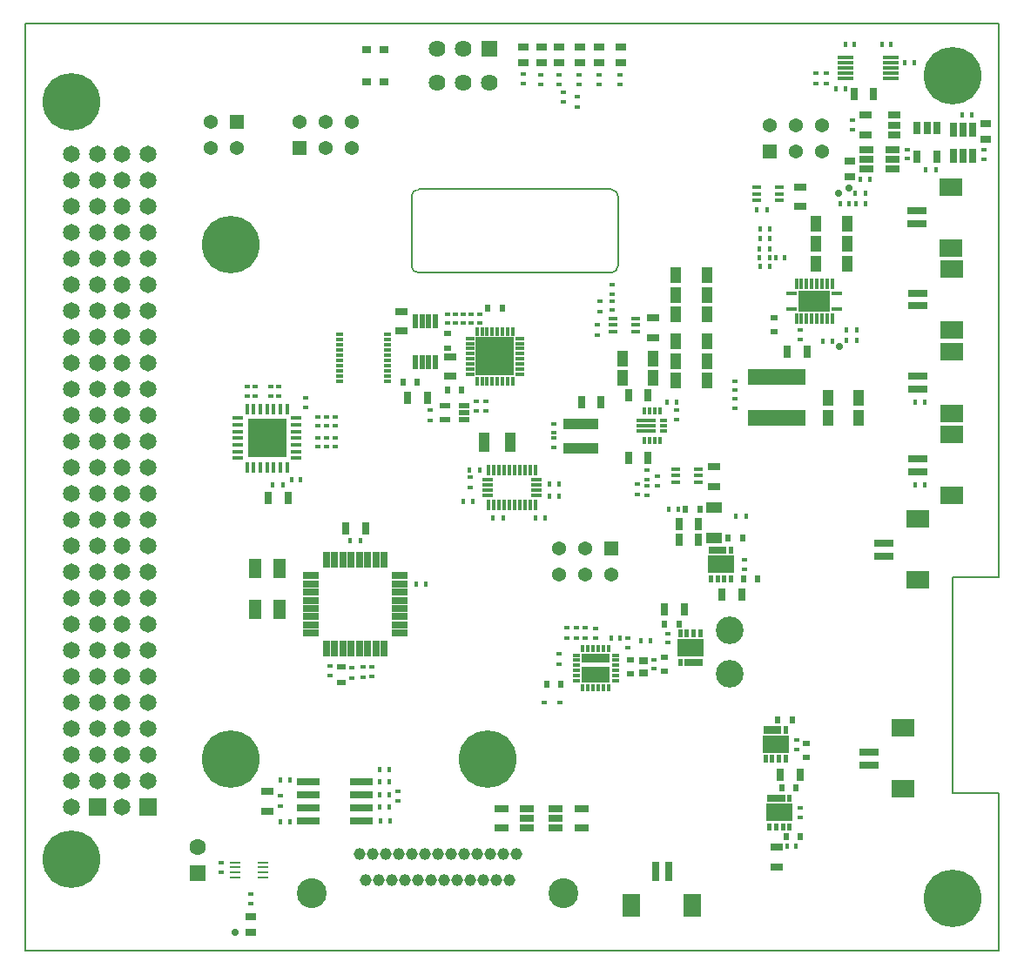
<source format=gts>
G04*
G04 #@! TF.GenerationSoftware,Altium Limited,Altium Designer,18.1.9 (240)*
G04*
G04 Layer_Color=8388736*
%FSLAX44Y44*%
%MOMM*%
G71*
G01*
G75*
%ADD16C,0.1520*%
%ADD21R,0.8000X1.3000*%
%ADD22R,1.1112X0.2540*%
%ADD23R,1.6000X1.0000*%
%ADD24R,0.4500X0.6000*%
%ADD25R,0.4000X0.6000*%
%ADD26R,0.6000X0.8000*%
%ADD27R,1.3000X0.8000*%
%ADD31R,0.6000X0.4000*%
%ADD39R,0.8000X0.6000*%
%ADD40R,0.6000X0.4500*%
%ADD42R,0.5032X0.3556*%
%ADD47R,0.9000X0.5000*%
%ADD50R,0.7000X1.3000*%
%ADD56R,1.0000X1.6000*%
%ADD57R,1.3000X0.7000*%
%ADD79R,0.4016X0.7016*%
%ADD80R,1.7016X0.7016*%
%ADD81R,2.5016X1.7016*%
%ADD82R,0.8016X1.9016*%
%ADD83R,1.7016X2.3016*%
%ADD84R,0.3616X1.0016*%
%ADD85R,1.0016X0.3616*%
%ADD86R,3.0516X2.0516*%
%ADD87C,0.7016*%
%ADD88R,0.9016X0.6516*%
%ADD89R,1.2016X0.7016*%
%ADD90R,0.8516X0.8016*%
%ADD91R,1.1416X0.4316*%
%ADD92R,0.4316X1.1416*%
%ADD93R,3.8016X3.8016*%
%ADD94R,2.3016X0.7016*%
%ADD95R,5.6016X1.5316*%
%ADD96R,1.0016X0.8016*%
%ADD97R,1.3716X0.6604*%
%ADD98R,1.5516X0.4016*%
%ADD99R,0.7016X1.2016*%
%ADD100R,0.6604X1.3716*%
%ADD101R,0.9416X0.3616*%
%ADD102R,0.3616X0.9416*%
%ADD103R,3.7016X3.7016*%
%ADD104R,0.5516X1.4516*%
%ADD105R,1.1016X0.5716*%
%ADD106R,1.1016X0.3516*%
%ADD107R,0.3516X1.1016*%
%ADD108R,3.5016X1.0816*%
%ADD109R,0.8016X0.4016*%
%ADD110R,1.9016X0.8016*%
%ADD111R,2.3016X1.7016*%
%ADD112R,1.3216X0.7016*%
%ADD113R,1.3016X1.9016*%
%ADD114R,1.6016X0.6516*%
%ADD115R,0.6516X1.6016*%
%ADD116R,1.1016X1.9016*%
%ADD117R,0.9516X0.4516*%
%ADD118R,0.3416X0.7016*%
%ADD119R,0.7016X0.3416*%
%ADD120R,1.8916X0.3216*%
%ADD121R,2.8016X0.9516*%
%ADD122R,2.8016X1.5516*%
%ADD123R,0.3416X0.6766*%
%ADD124R,0.6766X0.3416*%
%ADD125C,1.1684*%
%ADD126C,2.8956*%
%ADD127C,1.3716*%
%ADD128R,1.3716X1.3716*%
%ADD129R,1.6256X1.6256*%
%ADD130C,1.6256*%
%ADD131C,2.6924*%
%ADD132R,1.6516X1.6516*%
%ADD133C,1.6516*%
%ADD134C,0.1016*%
%ADD135C,1.6016*%
%ADD136R,1.6016X1.6016*%
%ADD137C,5.6016*%
G36*
X745549Y144927D02*
X741140D01*
Y152320D01*
X745549D01*
Y144927D01*
D02*
G37*
G36*
X739043Y144925D02*
X721640D01*
Y152320D01*
X739043D01*
Y144925D01*
D02*
G37*
G36*
X745542Y116917D02*
X741140D01*
Y124320D01*
X745542D01*
Y116917D01*
D02*
G37*
G36*
X739048Y116894D02*
X734640D01*
Y124320D01*
X739048D01*
Y116894D01*
D02*
G37*
G36*
X726028Y116893D02*
X721640D01*
Y124320D01*
X726028D01*
Y116893D01*
D02*
G37*
G36*
X732538Y116889D02*
X728140D01*
Y124320D01*
X732538D01*
Y116889D01*
D02*
G37*
G36*
X741621Y211149D02*
X737213D01*
Y218542D01*
X741621D01*
Y211149D01*
D02*
G37*
G36*
X735115Y211147D02*
X717712D01*
Y218542D01*
X735115D01*
Y211147D01*
D02*
G37*
G36*
X741615Y183138D02*
X737213D01*
Y190541D01*
X741615D01*
Y183138D01*
D02*
G37*
G36*
X735121Y183115D02*
X730713D01*
Y190541D01*
X735121D01*
Y183115D01*
D02*
G37*
G36*
X722101Y183114D02*
X717712D01*
Y190541D01*
X722101D01*
Y183114D01*
D02*
G37*
G36*
X728611Y183111D02*
X724212D01*
Y190541D01*
X728611D01*
Y183111D01*
D02*
G37*
G36*
X658634Y304984D02*
X654246D01*
Y312411D01*
X658634D01*
Y304984D01*
D02*
G37*
G36*
X652134D02*
X647736D01*
Y312415D01*
X652134D01*
Y304984D01*
D02*
G37*
G36*
X645634D02*
X641226D01*
Y312410D01*
X645634D01*
Y304984D01*
D02*
G37*
G36*
X639134D02*
X634732D01*
Y312387D01*
X639134D01*
Y304984D01*
D02*
G37*
G36*
X658634Y276984D02*
X641231D01*
Y284379D01*
X658634D01*
Y276984D01*
D02*
G37*
G36*
X639134D02*
X634725D01*
Y284377D01*
X639134D01*
Y276984D01*
D02*
G37*
G36*
X688478Y386227D02*
X684070D01*
Y393620D01*
X688478D01*
Y386227D01*
D02*
G37*
G36*
X681972Y386225D02*
X664570D01*
Y393620D01*
X681972D01*
Y386225D01*
D02*
G37*
G36*
X688472Y358217D02*
X684070D01*
Y365620D01*
X688472D01*
Y358217D01*
D02*
G37*
G36*
X681978Y358194D02*
X677570D01*
Y365620D01*
X681978D01*
Y358194D01*
D02*
G37*
G36*
X668958Y358193D02*
X664570D01*
Y365620D01*
X668958D01*
Y358193D01*
D02*
G37*
G36*
X675468Y358189D02*
X671070D01*
Y365620D01*
X675468D01*
Y358189D01*
D02*
G37*
D16*
X576580Y733724D02*
G03*
X569484Y740820I-7096J0D01*
G01*
X382680Y740820D02*
G03*
X375604Y733744I-0J-7076D01*
G01*
X375604Y666558D02*
G03*
X382642Y659520I7038J0D01*
G01*
X569299Y659520D02*
G03*
X576580Y666801I0J7281D01*
G01*
X382680Y740820D02*
X569484Y740820D01*
X375604Y733744D02*
X375604Y666558D01*
X382642Y659520D02*
X569299Y659520D01*
X576580Y666801D02*
X576580Y733724D01*
X946658Y363220D02*
Y901700D01*
X0D02*
X946658D01*
X0Y0D02*
Y901700D01*
Y0D02*
X946658D01*
Y153670D01*
X901700D02*
X946658D01*
X901700D02*
Y363220D01*
X946658D01*
D21*
X824840Y833120D02*
D03*
X805840D02*
D03*
X654716Y400152D02*
D03*
X635716D02*
D03*
X654716Y415646D02*
D03*
X635716D02*
D03*
X372046Y538374D02*
D03*
X391046D02*
D03*
X236359Y440704D02*
D03*
X255359D02*
D03*
X605751Y540690D02*
D03*
X586751D02*
D03*
X330748Y410718D02*
D03*
X311748D02*
D03*
X734472Y171744D02*
D03*
X753472D02*
D03*
X605751Y479730D02*
D03*
X586751D02*
D03*
X677824Y347050D02*
D03*
X696824D02*
D03*
X640944Y332204D02*
D03*
X621944D02*
D03*
D22*
X230924Y71240D02*
D03*
Y76240D02*
D03*
Y81240D02*
D03*
Y86240D02*
D03*
X203924D02*
D03*
Y81240D02*
D03*
Y76240D02*
D03*
Y71240D02*
D03*
D23*
X669828Y401560D02*
D03*
Y431560D02*
D03*
D24*
X690894Y422640D02*
D03*
X700894D02*
D03*
X240446Y453404D02*
D03*
X250446D02*
D03*
X798553Y604187D02*
D03*
X808553D02*
D03*
X798553Y594027D02*
D03*
X808553D02*
D03*
X785360Y593217D02*
D03*
X775360D02*
D03*
X797994Y838200D02*
D03*
X787994D02*
D03*
X721304Y720700D02*
D03*
X711304D02*
D03*
X316248Y398780D02*
D03*
X326248D02*
D03*
X875444Y759460D02*
D03*
X885444D02*
D03*
X431880Y467900D02*
D03*
X441880D02*
D03*
X454804Y421000D02*
D03*
X464804D02*
D03*
X807137Y736600D02*
D03*
X817137D02*
D03*
X713633Y674208D02*
D03*
X723633D02*
D03*
X713633Y682797D02*
D03*
X723633D02*
D03*
D25*
X625968Y429260D02*
D03*
X634968D02*
D03*
X740784Y101600D02*
D03*
X749784D02*
D03*
X821440Y750206D02*
D03*
X812440D02*
D03*
X797244Y881700D02*
D03*
X806244D02*
D03*
X258950Y458400D02*
D03*
X267950D02*
D03*
X380248Y357104D02*
D03*
X389248D02*
D03*
X354034Y176144D02*
D03*
X345034D02*
D03*
Y164714D02*
D03*
X354034D02*
D03*
Y152014D02*
D03*
X345034D02*
D03*
X354044Y139834D02*
D03*
X345044D02*
D03*
X345614Y126614D02*
D03*
X354614D02*
D03*
X257514Y165984D02*
D03*
X248514D02*
D03*
X257514Y125344D02*
D03*
X248514D02*
D03*
X841804Y881700D02*
D03*
X832804D02*
D03*
X864544Y863600D02*
D03*
X855544D02*
D03*
X911424Y812800D02*
D03*
X920424D02*
D03*
X510104Y454277D02*
D03*
X519104D02*
D03*
X569489Y304264D02*
D03*
X578489D02*
D03*
X608004Y301724D02*
D03*
X599004D02*
D03*
X865704Y453400D02*
D03*
X874704D02*
D03*
X865704Y533400D02*
D03*
X874704D02*
D03*
X426284Y436880D02*
D03*
X435284D02*
D03*
X505354Y421000D02*
D03*
X496354D02*
D03*
X519104Y441960D02*
D03*
X510104D02*
D03*
X807940Y726440D02*
D03*
X816940D02*
D03*
X723883Y693237D02*
D03*
X714883D02*
D03*
X723883Y665619D02*
D03*
X714883D02*
D03*
X738630Y674208D02*
D03*
X729630D02*
D03*
X792397Y726440D02*
D03*
X801397D02*
D03*
X723883Y701826D02*
D03*
X714883D02*
D03*
X624404Y533400D02*
D03*
X633404D02*
D03*
D26*
X642030Y429260D02*
D03*
X656030D02*
D03*
X753876Y110980D02*
D03*
X739876D02*
D03*
X749456Y158280D02*
D03*
X735456D02*
D03*
X712371Y361920D02*
D03*
X698371D02*
D03*
X449720Y625280D02*
D03*
X463720D02*
D03*
X367334Y553324D02*
D03*
X381334D02*
D03*
X424514Y545778D02*
D03*
X410514D02*
D03*
X745972Y225084D02*
D03*
X731972D02*
D03*
X697399Y401320D02*
D03*
X683399D02*
D03*
X621904Y318044D02*
D03*
X635904D02*
D03*
X506884Y259708D02*
D03*
X520884D02*
D03*
D27*
X730340Y100940D02*
D03*
Y81940D02*
D03*
X235234Y136164D02*
D03*
Y155164D02*
D03*
X365500Y622148D02*
D03*
Y603148D02*
D03*
X413330Y558748D02*
D03*
Y577748D02*
D03*
D31*
X753876Y138920D02*
D03*
Y129920D02*
D03*
X699304Y380620D02*
D03*
Y371620D02*
D03*
X301390Y519664D02*
D03*
Y510664D02*
D03*
X272978Y528660D02*
D03*
Y537660D02*
D03*
X215908Y548699D02*
D03*
Y539699D02*
D03*
X223528Y548699D02*
D03*
Y539699D02*
D03*
X239060Y548699D02*
D03*
Y539699D02*
D03*
X246680Y548699D02*
D03*
Y539699D02*
D03*
X292958Y510704D02*
D03*
Y519704D02*
D03*
X284814Y510744D02*
D03*
Y519744D02*
D03*
X292958Y490383D02*
D03*
Y499383D02*
D03*
X284814Y490384D02*
D03*
Y499384D02*
D03*
X301390Y490344D02*
D03*
Y499344D02*
D03*
X296198Y267864D02*
D03*
Y276864D02*
D03*
X337378Y267264D02*
D03*
Y276264D02*
D03*
X690270Y554379D02*
D03*
Y545379D02*
D03*
Y537179D02*
D03*
Y528179D02*
D03*
X753910Y594628D02*
D03*
Y603628D02*
D03*
X518832Y851973D02*
D03*
Y842973D02*
D03*
X501527Y851973D02*
D03*
Y842973D02*
D03*
X484509Y852973D02*
D03*
Y843973D02*
D03*
X538443Y851973D02*
D03*
Y842973D02*
D03*
X557780Y851973D02*
D03*
Y842973D02*
D03*
X578595Y851973D02*
D03*
Y842973D02*
D03*
X523403Y835080D02*
D03*
Y826080D02*
D03*
X857504Y779460D02*
D03*
Y770460D02*
D03*
X932180Y770300D02*
D03*
Y779300D02*
D03*
X513649Y512871D02*
D03*
Y503871D02*
D03*
Y498700D02*
D03*
Y489700D02*
D03*
X438904Y525499D02*
D03*
Y534499D02*
D03*
X441706Y610590D02*
D03*
Y619590D02*
D03*
X433832D02*
D03*
Y610590D02*
D03*
X426281Y619590D02*
D03*
Y610590D02*
D03*
X418473Y619590D02*
D03*
Y610590D02*
D03*
X410464Y619590D02*
D03*
Y610590D02*
D03*
X624654Y299734D02*
D03*
Y308734D02*
D03*
X750093Y196341D02*
D03*
Y205341D02*
D03*
X554864Y304234D02*
D03*
Y313234D02*
D03*
X611767Y274364D02*
D03*
Y283364D02*
D03*
X570484Y632320D02*
D03*
Y623320D02*
D03*
X633730Y525728D02*
D03*
Y516728D02*
D03*
X570484Y647954D02*
D03*
Y638954D02*
D03*
X604484Y452302D02*
D03*
Y443302D02*
D03*
X604520Y467536D02*
D03*
Y458536D02*
D03*
X190500Y85740D02*
D03*
Y76740D02*
D03*
X219649Y55400D02*
D03*
Y46400D02*
D03*
D39*
X728252Y616288D02*
D03*
Y602288D02*
D03*
X410972Y600598D02*
D03*
Y586598D02*
D03*
X759613Y202104D02*
D03*
Y188104D02*
D03*
X621284Y285868D02*
D03*
Y271868D02*
D03*
X588264Y283324D02*
D03*
Y269324D02*
D03*
D40*
X804164Y798373D02*
D03*
Y808373D02*
D03*
X328508Y276124D02*
D03*
Y266124D02*
D03*
X317782Y275564D02*
D03*
Y265564D02*
D03*
X362844Y145664D02*
D03*
Y155664D02*
D03*
X247904Y140724D02*
D03*
Y150724D02*
D03*
X779034Y853758D02*
D03*
Y843758D02*
D03*
X768874Y853758D02*
D03*
Y843758D02*
D03*
X537188Y820983D02*
D03*
Y830983D02*
D03*
X556260Y598981D02*
D03*
Y608981D02*
D03*
X448048Y534999D02*
D03*
Y524999D02*
D03*
X393768Y515828D02*
D03*
Y525828D02*
D03*
X614680Y462200D02*
D03*
Y452200D02*
D03*
X518964Y288944D02*
D03*
Y278944D02*
D03*
X585724Y304734D02*
D03*
Y294734D02*
D03*
X526570Y314344D02*
D03*
Y304344D02*
D03*
X535739Y314344D02*
D03*
Y304344D02*
D03*
X544364Y314344D02*
D03*
Y304344D02*
D03*
X432364Y460780D02*
D03*
Y450780D02*
D03*
X559054Y622126D02*
D03*
Y632126D02*
D03*
X595098Y444432D02*
D03*
Y454432D02*
D03*
D42*
X519581Y241272D02*
D03*
X504547D02*
D03*
D47*
X307238Y261184D02*
D03*
Y276184D02*
D03*
D50*
X741324Y582510D02*
D03*
X760324D02*
D03*
X541089Y533451D02*
D03*
X560089D02*
D03*
D56*
X662616Y657338D02*
D03*
X632616D02*
D03*
X662616Y638275D02*
D03*
X632616D02*
D03*
X662616Y619212D02*
D03*
X632616D02*
D03*
X580630Y576250D02*
D03*
X610630D02*
D03*
X580630Y557700D02*
D03*
X610630D02*
D03*
X799133Y687914D02*
D03*
X769133D02*
D03*
X799133Y668169D02*
D03*
X769133D02*
D03*
X799133Y707659D02*
D03*
X769133D02*
D03*
X632616Y592813D02*
D03*
X662616D02*
D03*
X632616Y573750D02*
D03*
X662616D02*
D03*
X632616Y554687D02*
D03*
X662616D02*
D03*
X780465Y518411D02*
D03*
X810465D02*
D03*
X780465Y538168D02*
D03*
X810465D02*
D03*
D57*
X610713Y596675D02*
D03*
Y615675D02*
D03*
X753910Y724248D02*
D03*
Y743248D02*
D03*
X669828Y451904D02*
D03*
Y470904D02*
D03*
D79*
X723840Y120620D02*
D03*
X730340D02*
D03*
X736840D02*
D03*
X743340D02*
D03*
Y148620D02*
D03*
X719912Y186842D02*
D03*
X726413D02*
D03*
X732913D02*
D03*
X739413D02*
D03*
Y214841D02*
D03*
X666770Y361920D02*
D03*
X673270D02*
D03*
X679770D02*
D03*
X686270D02*
D03*
Y389920D02*
D03*
X656434Y308684D02*
D03*
X649934D02*
D03*
X643434D02*
D03*
X636934D02*
D03*
Y280684D02*
D03*
D80*
X730340Y148620D02*
D03*
X726413Y214841D02*
D03*
X673270Y389920D02*
D03*
X649934Y280684D02*
D03*
D81*
X733590Y134620D02*
D03*
X729662Y200842D02*
D03*
X676520Y375920D02*
D03*
X646684Y294684D02*
D03*
D82*
X613030Y77380D02*
D03*
X625530D02*
D03*
D83*
X589530Y44380D02*
D03*
X649030D02*
D03*
D84*
X784863Y615418D02*
D03*
X749863Y649118D02*
D03*
Y615418D02*
D03*
X754863D02*
D03*
X759863D02*
D03*
X764863D02*
D03*
X769863D02*
D03*
X774863D02*
D03*
X779863D02*
D03*
X784863Y649118D02*
D03*
X779863D02*
D03*
X774863D02*
D03*
X769863D02*
D03*
X764863D02*
D03*
X759863D02*
D03*
X754863D02*
D03*
D85*
X789212Y624768D02*
D03*
X745513Y639768D02*
D03*
Y624768D02*
D03*
X789212Y639768D02*
D03*
D86*
X767363Y632268D02*
D03*
D87*
X791000Y736900D02*
D03*
X801060Y742380D02*
D03*
X791708Y587714D02*
D03*
X203924Y18000D02*
D03*
D88*
X600964Y282574D02*
D03*
Y270074D02*
D03*
D89*
X816940Y793873D02*
D03*
Y812873D02*
D03*
X844940D02*
D03*
Y803373D02*
D03*
Y793873D02*
D03*
D90*
X348728Y877060D02*
D03*
Y845060D02*
D03*
X332228D02*
D03*
Y877060D02*
D03*
D91*
X263450Y479214D02*
D03*
Y485714D02*
D03*
Y492214D02*
D03*
Y498714D02*
D03*
Y505214D02*
D03*
Y511714D02*
D03*
Y518214D02*
D03*
X206750D02*
D03*
Y511714D02*
D03*
Y505214D02*
D03*
Y498714D02*
D03*
Y492214D02*
D03*
Y485714D02*
D03*
Y479214D02*
D03*
D92*
X215600Y470364D02*
D03*
X222100D02*
D03*
X228600D02*
D03*
X235100D02*
D03*
X241600D02*
D03*
X248100D02*
D03*
X254600D02*
D03*
Y527064D02*
D03*
X248100D02*
D03*
X241600D02*
D03*
X235100D02*
D03*
X228600D02*
D03*
X222100D02*
D03*
X215600D02*
D03*
D93*
X235100Y498714D02*
D03*
D94*
X275274Y152014D02*
D03*
X327274D02*
D03*
X275274Y164714D02*
D03*
Y139314D02*
D03*
Y126614D02*
D03*
X327274Y164714D02*
D03*
Y139314D02*
D03*
Y126614D02*
D03*
D95*
X730504Y518280D02*
D03*
Y558680D02*
D03*
D96*
X538998Y864163D02*
D03*
Y879163D02*
D03*
X519489Y864163D02*
D03*
Y879163D02*
D03*
X502285Y864163D02*
D03*
Y879163D02*
D03*
X484761Y864163D02*
D03*
Y879163D02*
D03*
X558233Y864163D02*
D03*
Y879163D02*
D03*
X578947Y864163D02*
D03*
Y879163D02*
D03*
X933704Y789730D02*
D03*
Y804730D02*
D03*
X219649Y33000D02*
D03*
Y18000D02*
D03*
X801853Y768446D02*
D03*
Y753446D02*
D03*
D97*
X817790Y760795D02*
D03*
Y770193D02*
D03*
Y779591D02*
D03*
X843698D02*
D03*
Y770193D02*
D03*
Y760795D02*
D03*
D98*
X841994Y848758D02*
D03*
Y853758D02*
D03*
Y858758D02*
D03*
Y863758D02*
D03*
Y868758D02*
D03*
X797994Y848758D02*
D03*
Y853758D02*
D03*
Y858758D02*
D03*
Y863758D02*
D03*
Y868758D02*
D03*
D99*
X886444Y772216D02*
D03*
X867444D02*
D03*
Y800216D02*
D03*
X876944D02*
D03*
X886444D02*
D03*
D100*
X921242Y773066D02*
D03*
X911844D02*
D03*
X902446D02*
D03*
Y798974D02*
D03*
X911844D02*
D03*
X921242D02*
D03*
D101*
X481070Y560908D02*
D03*
Y565908D02*
D03*
Y570908D02*
D03*
Y575908D02*
D03*
Y580908D02*
D03*
Y585908D02*
D03*
Y590908D02*
D03*
Y595908D02*
D03*
X432370D02*
D03*
Y590908D02*
D03*
Y585908D02*
D03*
Y580908D02*
D03*
Y575908D02*
D03*
Y570908D02*
D03*
Y565908D02*
D03*
Y560908D02*
D03*
D102*
X439220Y554058D02*
D03*
X444220D02*
D03*
X449220D02*
D03*
X454220D02*
D03*
X459220D02*
D03*
X464220D02*
D03*
X469220D02*
D03*
X474220D02*
D03*
Y602758D02*
D03*
X469220D02*
D03*
X464220D02*
D03*
X459220D02*
D03*
X454220D02*
D03*
X449220D02*
D03*
X444220D02*
D03*
X439220D02*
D03*
D103*
X456720Y578408D02*
D03*
D104*
X379500Y572640D02*
D03*
X386000D02*
D03*
X392500D02*
D03*
X399000D02*
D03*
X379500Y612140D02*
D03*
X386000D02*
D03*
X392500D02*
D03*
X399000D02*
D03*
D105*
X426572Y517200D02*
D03*
Y530200D02*
D03*
X408572Y517200D02*
D03*
Y530200D02*
D03*
X426572Y523700D02*
D03*
D106*
X497404Y458400D02*
D03*
Y453400D02*
D03*
Y448400D02*
D03*
Y443400D02*
D03*
X449404Y458400D02*
D03*
Y453400D02*
D03*
Y448400D02*
D03*
Y443400D02*
D03*
D107*
X450904Y433900D02*
D03*
X455904D02*
D03*
X460904D02*
D03*
X465904D02*
D03*
X470904D02*
D03*
X475904D02*
D03*
X480904D02*
D03*
X485904D02*
D03*
X490904D02*
D03*
X495904D02*
D03*
Y467900D02*
D03*
X490904D02*
D03*
X485904D02*
D03*
X480904D02*
D03*
X475904D02*
D03*
X470904D02*
D03*
X465904D02*
D03*
X460904D02*
D03*
X455904D02*
D03*
X450904D02*
D03*
D108*
X540428Y512593D02*
D03*
Y488893D02*
D03*
D109*
X351900Y599400D02*
D03*
X305900D02*
D03*
X351900Y594400D02*
D03*
X305900D02*
D03*
X351900Y589400D02*
D03*
X305900D02*
D03*
X351900Y584400D02*
D03*
X305900D02*
D03*
X351900Y579400D02*
D03*
X305900D02*
D03*
X351900Y574400D02*
D03*
X305900D02*
D03*
X351900Y569400D02*
D03*
X305900D02*
D03*
X351900Y564400D02*
D03*
X305900D02*
D03*
X351900Y559400D02*
D03*
X305900D02*
D03*
X351900Y554400D02*
D03*
X305900D02*
D03*
D110*
X867340Y707248D02*
D03*
Y719748D02*
D03*
X868070Y627481D02*
D03*
Y639981D02*
D03*
Y559011D02*
D03*
Y546511D02*
D03*
Y478766D02*
D03*
Y466266D02*
D03*
X834984Y396680D02*
D03*
Y384180D02*
D03*
X820440Y193480D02*
D03*
Y180980D02*
D03*
D111*
X900340Y683748D02*
D03*
Y743248D02*
D03*
X901070Y603981D02*
D03*
Y663481D02*
D03*
Y582510D02*
D03*
Y523011D02*
D03*
Y502266D02*
D03*
Y442766D02*
D03*
X867984Y420180D02*
D03*
Y360680D02*
D03*
X853440Y216980D02*
D03*
Y157480D02*
D03*
D112*
X462849Y119736D02*
D03*
Y138736D02*
D03*
X487749D02*
D03*
Y129236D02*
D03*
Y119736D02*
D03*
X540770Y138720D02*
D03*
Y119720D02*
D03*
X515870D02*
D03*
Y129220D02*
D03*
Y138720D02*
D03*
D113*
X247228Y372344D02*
D03*
Y332344D02*
D03*
X223228D02*
D03*
Y372344D02*
D03*
D114*
X364068Y365104D02*
D03*
Y357104D02*
D03*
Y349104D02*
D03*
Y341104D02*
D03*
Y333104D02*
D03*
Y325104D02*
D03*
Y317104D02*
D03*
Y309104D02*
D03*
X278068D02*
D03*
Y317104D02*
D03*
Y325104D02*
D03*
Y333104D02*
D03*
Y341104D02*
D03*
Y349104D02*
D03*
Y357104D02*
D03*
Y365104D02*
D03*
D115*
X349068Y294104D02*
D03*
X341068D02*
D03*
X333068D02*
D03*
X325068D02*
D03*
X317068D02*
D03*
X309068D02*
D03*
X301068D02*
D03*
X293068D02*
D03*
Y380104D02*
D03*
X301068D02*
D03*
X309068D02*
D03*
X317068D02*
D03*
X325068D02*
D03*
X333068D02*
D03*
X341068D02*
D03*
X349068D02*
D03*
D116*
X471678Y495050D02*
D03*
X446678D02*
D03*
D117*
X571255Y615374D02*
D03*
Y608875D02*
D03*
Y602374D02*
D03*
X593255D02*
D03*
Y608875D02*
D03*
Y615374D02*
D03*
X632434Y468780D02*
D03*
Y462280D02*
D03*
Y455780D02*
D03*
X654434D02*
D03*
Y462280D02*
D03*
Y468780D02*
D03*
X711590Y742788D02*
D03*
Y736288D02*
D03*
Y729788D02*
D03*
X733590D02*
D03*
Y736288D02*
D03*
Y742788D02*
D03*
D118*
X601951Y524885D02*
D03*
X606951D02*
D03*
X611951D02*
D03*
X616951D02*
D03*
Y496885D02*
D03*
X611951D02*
D03*
X606951D02*
D03*
X601951D02*
D03*
D119*
X620951Y515885D02*
D03*
Y510885D02*
D03*
Y505885D02*
D03*
D120*
X603901Y505985D02*
D03*
Y510885D02*
D03*
Y515785D02*
D03*
D121*
X554864Y284553D02*
D03*
D122*
Y269053D02*
D03*
D123*
X567364Y256178D02*
D03*
X562364D02*
D03*
X557364D02*
D03*
X552364D02*
D03*
X547364D02*
D03*
X542364D02*
D03*
Y294428D02*
D03*
X547364D02*
D03*
X552364D02*
D03*
X557364D02*
D03*
X562364D02*
D03*
X567364D02*
D03*
D124*
X535739Y262803D02*
D03*
Y267803D02*
D03*
Y272803D02*
D03*
Y277803D02*
D03*
Y282803D02*
D03*
Y287803D02*
D03*
X573989D02*
D03*
Y282803D02*
D03*
Y277803D02*
D03*
Y272803D02*
D03*
Y267803D02*
D03*
Y262803D02*
D03*
D125*
X331154Y68800D02*
D03*
X343854D02*
D03*
X356554D02*
D03*
X369254D02*
D03*
X381954D02*
D03*
X394654D02*
D03*
X407354D02*
D03*
X420054D02*
D03*
X432754D02*
D03*
X445454D02*
D03*
X458154D02*
D03*
X470854D02*
D03*
X324804Y94200D02*
D03*
X337504D02*
D03*
X350204D02*
D03*
X362904D02*
D03*
X375604D02*
D03*
X388304D02*
D03*
X401004D02*
D03*
X413704D02*
D03*
X426404D02*
D03*
X439104D02*
D03*
X451804D02*
D03*
X464504D02*
D03*
X477204D02*
D03*
D126*
X523559Y56100D02*
D03*
X278449D02*
D03*
D127*
X774700Y777973D02*
D03*
Y803373D02*
D03*
X749300Y777973D02*
D03*
Y803373D02*
D03*
X723900D02*
D03*
X180340Y806573D02*
D03*
Y781173D02*
D03*
X205740D02*
D03*
X266534Y806573D02*
D03*
X291934D02*
D03*
Y781173D02*
D03*
X317334Y806573D02*
D03*
Y781173D02*
D03*
X518964Y391160D02*
D03*
Y365760D02*
D03*
X544364Y391160D02*
D03*
Y365760D02*
D03*
X569764D02*
D03*
D128*
X723900Y777973D02*
D03*
X205740Y806573D02*
D03*
X266534Y781173D02*
D03*
X569764Y391160D02*
D03*
D129*
X451104Y877570D02*
D03*
D130*
X425704D02*
D03*
X400304D02*
D03*
X451104Y844550D02*
D03*
X425704D02*
D03*
X400304D02*
D03*
D131*
X684850Y311590D02*
D03*
Y269680D02*
D03*
D132*
X70104Y139800D02*
D03*
X119604D02*
D03*
D133*
X70104Y165200D02*
D03*
Y190600D02*
D03*
Y216000D02*
D03*
Y241400D02*
D03*
Y266800D02*
D03*
Y292200D02*
D03*
Y317600D02*
D03*
Y343000D02*
D03*
Y368400D02*
D03*
Y393800D02*
D03*
Y419200D02*
D03*
Y444600D02*
D03*
Y470000D02*
D03*
Y495400D02*
D03*
Y520800D02*
D03*
Y546200D02*
D03*
Y571600D02*
D03*
Y597000D02*
D03*
Y622400D02*
D03*
Y647800D02*
D03*
Y673200D02*
D03*
Y698600D02*
D03*
Y724000D02*
D03*
Y749400D02*
D03*
Y774800D02*
D03*
X44704Y139800D02*
D03*
Y165200D02*
D03*
Y190600D02*
D03*
Y216000D02*
D03*
Y241400D02*
D03*
Y266800D02*
D03*
Y292200D02*
D03*
Y317600D02*
D03*
Y343000D02*
D03*
Y368400D02*
D03*
Y393800D02*
D03*
Y419200D02*
D03*
Y444600D02*
D03*
Y470000D02*
D03*
Y495400D02*
D03*
Y520800D02*
D03*
Y546200D02*
D03*
Y571600D02*
D03*
Y597000D02*
D03*
Y622400D02*
D03*
Y647800D02*
D03*
Y673200D02*
D03*
Y698600D02*
D03*
Y724000D02*
D03*
Y749400D02*
D03*
Y774800D02*
D03*
X119604Y165200D02*
D03*
Y190600D02*
D03*
Y216000D02*
D03*
Y241400D02*
D03*
Y266800D02*
D03*
Y292200D02*
D03*
Y317600D02*
D03*
Y343000D02*
D03*
Y368400D02*
D03*
Y393800D02*
D03*
Y419200D02*
D03*
Y444600D02*
D03*
Y470000D02*
D03*
Y495400D02*
D03*
Y520800D02*
D03*
Y546200D02*
D03*
Y571600D02*
D03*
Y597000D02*
D03*
Y622400D02*
D03*
Y647800D02*
D03*
Y673200D02*
D03*
Y698600D02*
D03*
Y724000D02*
D03*
Y749400D02*
D03*
Y774800D02*
D03*
X94204Y139800D02*
D03*
Y165200D02*
D03*
Y190600D02*
D03*
Y216000D02*
D03*
Y241400D02*
D03*
Y266800D02*
D03*
Y292200D02*
D03*
Y317600D02*
D03*
Y343000D02*
D03*
Y368400D02*
D03*
Y393800D02*
D03*
Y419200D02*
D03*
Y444600D02*
D03*
Y470000D02*
D03*
Y495400D02*
D03*
Y520800D02*
D03*
Y546200D02*
D03*
Y571600D02*
D03*
Y597000D02*
D03*
Y622400D02*
D03*
Y647800D02*
D03*
Y673200D02*
D03*
Y698600D02*
D03*
Y724000D02*
D03*
Y749400D02*
D03*
Y774800D02*
D03*
D134*
X328900Y608900D02*
D03*
Y544900D02*
D03*
D135*
X167864Y101384D02*
D03*
D136*
Y75984D02*
D03*
D137*
X902004Y50800D02*
D03*
Y850900D02*
D03*
X200000Y186700D02*
D03*
X450000D02*
D03*
X200000Y686700D02*
D03*
X44704Y825500D02*
D03*
Y88900D02*
D03*
M02*

</source>
